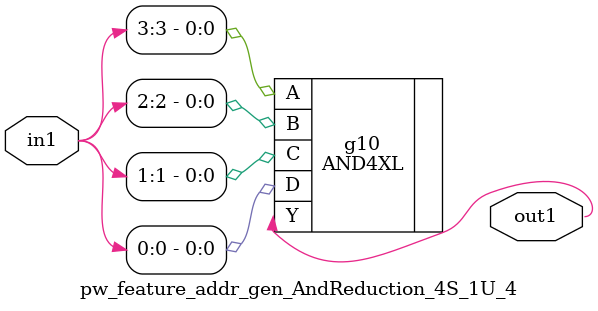
<source format=v>
`timescale 1ps / 1ps


module pw_feature_addr_gen_AndReduction_4S_1U_4(in1, out1);
  input [3:0] in1;
  output out1;
  wire [3:0] in1;
  wire out1;
  AND4XL g10(.A (in1[3]), .B (in1[2]), .C (in1[1]), .D (in1[0]), .Y
       (out1));
endmodule



</source>
